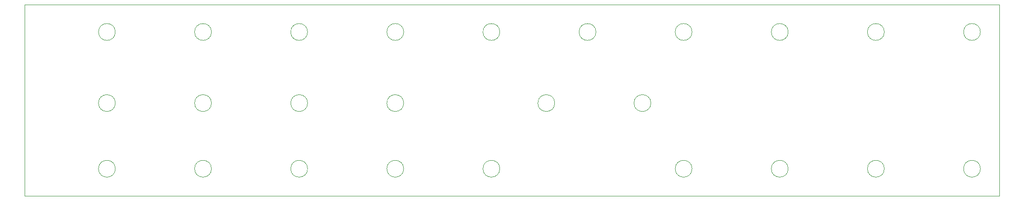
<source format=gm1>
G04 #@! TF.GenerationSoftware,KiCad,Pcbnew,(5.1.7)-1*
G04 #@! TF.CreationDate,2022-11-29T22:14:09+01:00*
G04 #@! TF.ProjectId,LED-Mounting-Tool,4c45442d-4d6f-4756-9e74-696e672d546f,rev?*
G04 #@! TF.SameCoordinates,Original*
G04 #@! TF.FileFunction,Profile,NP*
%FSLAX46Y46*%
G04 Gerber Fmt 4.6, Leading zero omitted, Abs format (unit mm)*
G04 Created by KiCad (PCBNEW (5.1.7)-1) date 2022-11-29 22:14:09*
%MOMM*%
%LPD*%
G01*
G04 APERTURE LIST*
G04 #@! TA.AperFunction,Profile*
%ADD10C,0.050000*%
G04 #@! TD*
G04 APERTURE END LIST*
D10*
X139807500Y-60000000D02*
G75*
G03*
X139807500Y-60000000I-1537500J0D01*
G01*
X157307500Y-60000000D02*
G75*
G03*
X157307500Y-60000000I-1537500J0D01*
G01*
X112307500Y-60000000D02*
G75*
G03*
X112307500Y-60000000I-1537500J0D01*
G01*
X59807500Y-60000000D02*
G75*
G03*
X59807500Y-60000000I-1537500J0D01*
G01*
X94807500Y-60000000D02*
G75*
G03*
X94807500Y-60000000I-1537500J0D01*
G01*
X77307500Y-60000000D02*
G75*
G03*
X77307500Y-60000000I-1537500J0D01*
G01*
X217307500Y-72000000D02*
G75*
G03*
X217307500Y-72000000I-1537500J0D01*
G01*
X59807500Y-72000000D02*
G75*
G03*
X59807500Y-72000000I-1537500J0D01*
G01*
X77307500Y-72000000D02*
G75*
G03*
X77307500Y-72000000I-1537500J0D01*
G01*
X94807500Y-72000000D02*
G75*
G03*
X94807500Y-72000000I-1537500J0D01*
G01*
X112307500Y-72000000D02*
G75*
G03*
X112307500Y-72000000I-1537500J0D01*
G01*
X129807500Y-72000000D02*
G75*
G03*
X129807500Y-72000000I-1537500J0D01*
G01*
X164807500Y-72000000D02*
G75*
G03*
X164807500Y-72000000I-1537500J0D01*
G01*
X182307500Y-72000000D02*
G75*
G03*
X182307500Y-72000000I-1537500J0D01*
G01*
X199807500Y-72000000D02*
G75*
G03*
X199807500Y-72000000I-1537500J0D01*
G01*
X217307500Y-47000000D02*
G75*
G03*
X217307500Y-47000000I-1537500J0D01*
G01*
X43270000Y-42000000D02*
X43270000Y-77000000D01*
X199807500Y-47000000D02*
G75*
G03*
X199807500Y-47000000I-1537500J0D01*
G01*
X182307500Y-47000000D02*
G75*
G03*
X182307500Y-47000000I-1537500J0D01*
G01*
X164807500Y-47000000D02*
G75*
G03*
X164807500Y-47000000I-1537500J0D01*
G01*
X147307500Y-47000000D02*
G75*
G03*
X147307500Y-47000000I-1537500J0D01*
G01*
X129807500Y-47000000D02*
G75*
G03*
X129807500Y-47000000I-1537500J0D01*
G01*
X112307500Y-47000000D02*
G75*
G03*
X112307500Y-47000000I-1537500J0D01*
G01*
X94807500Y-47000000D02*
G75*
G03*
X94807500Y-47000000I-1537500J0D01*
G01*
X77307500Y-47000000D02*
G75*
G03*
X77307500Y-47000000I-1537500J0D01*
G01*
X59807500Y-47000000D02*
G75*
G03*
X59807500Y-47000000I-1537500J0D01*
G01*
X220770000Y-42000000D02*
X43270000Y-42000000D01*
X43270000Y-77000000D02*
X220770000Y-77000000D01*
X220770000Y-42000000D02*
X220770000Y-77000000D01*
M02*

</source>
